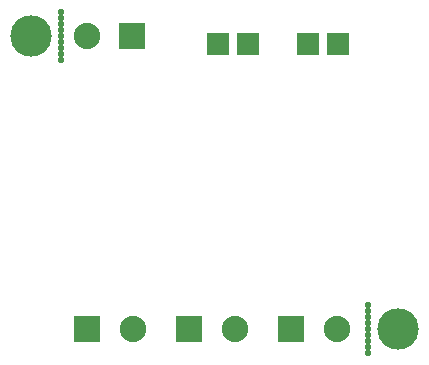
<source format=gbr>
G04 EAGLE Gerber RS-274X export*
G75*
%MOMM*%
%FSLAX34Y34*%
%LPD*%
%INSoldermask Bottom*%
%IPPOS*%
%AMOC8*
5,1,8,0,0,1.08239X$1,22.5*%
G01*
%ADD10C,0.584200*%
%ADD11R,2.235200X2.235200*%
%ADD12C,2.235200*%
%ADD13R,1.828800X1.828800*%
%ADD14C,3.505200*%


D10*
X260350Y45720D03*
X260350Y40640D03*
X260350Y35560D03*
X260350Y30480D03*
X260350Y25400D03*
X260350Y20320D03*
X260350Y15240D03*
X260350Y10160D03*
X260350Y5080D03*
X0Y293370D03*
X0Y288290D03*
X0Y283210D03*
X0Y278130D03*
X0Y273050D03*
X0Y267970D03*
X0Y262890D03*
X0Y257810D03*
X0Y252730D03*
D11*
X60516Y273050D03*
D12*
X21960Y273050D03*
D11*
X108712Y25400D03*
D12*
X147268Y25400D03*
D11*
X22352Y25400D03*
D12*
X60908Y25400D03*
D11*
X195072Y25400D03*
D12*
X233628Y25400D03*
D13*
X209550Y266700D03*
X234950Y266700D03*
X133350Y266700D03*
X158750Y266700D03*
D14*
X-25400Y273050D03*
X285750Y25400D03*
M02*

</source>
